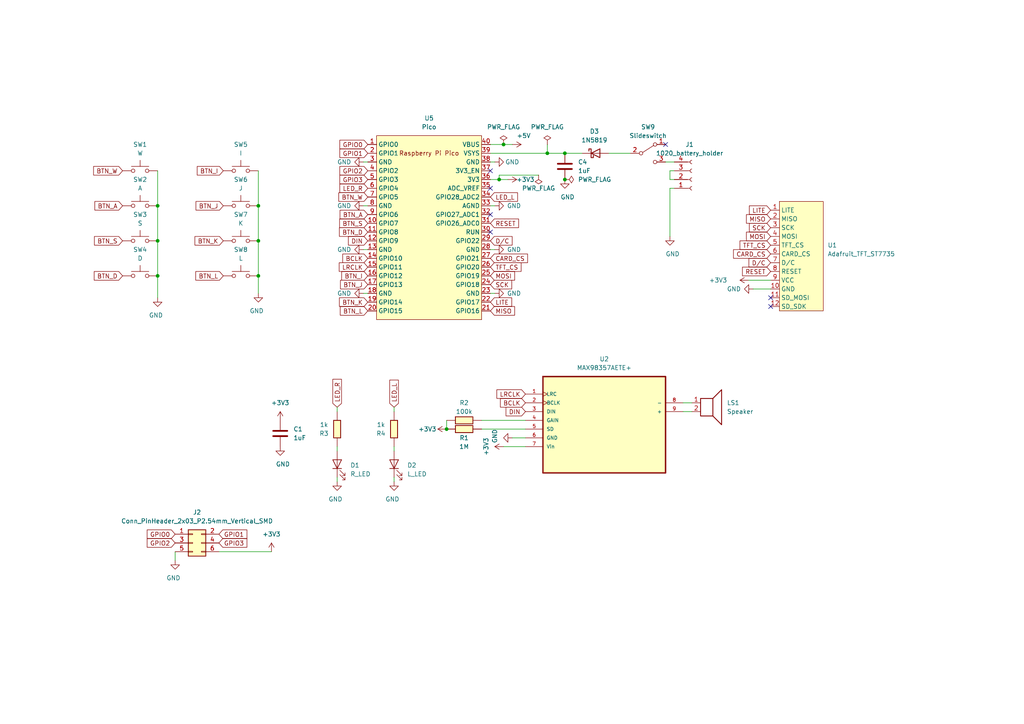
<source format=kicad_sch>
(kicad_sch (version 20231120) (generator "eeschema") (generator_version "8.0")
  (paper "A4")
  (lib_symbols
    (symbol "Connector:Conn_01x04_Female" (pin_names (offset 1.016) hide)
      (property "Reference" "J" (at 0 5.08 0))
      (property "Value" "Conn_01x04_Female" (at 0 -7.62 0))
      (symbol "Conn_01x04_Female_1_1"
        (arc (start 0 -4.572) (mid -0.5058 -5.08) (end 0 -5.588) (stroke (width 0.1524)))
        (arc (start 0 -2.032) (mid -0.5058 -2.54) (end 0 -3.048) (stroke (width 0.1524)))
        (polyline (pts (xy -1.27 -5.08) (xy -0.508 -5.08)) (stroke (width 0.1524)))
        (polyline (pts (xy -1.27 -2.54) (xy -0.508 -2.54)) (stroke (width 0.1524)))
        (polyline (pts (xy -1.27 0) (xy -0.508 0)) (stroke (width 0.1524)))
        (polyline (pts (xy -1.27 2.54) (xy -0.508 2.54)) (stroke (width 0.1524)))
        (arc (start 0 0.508) (mid -0.5058 0) (end 0 -0.508) (stroke (width 0.1524)))
        (arc (start 0 3.048) (mid -0.5058 2.54) (end 0 2.032) (stroke (width 0.1524)))
        (pin passive line (at -5.08 2.54 0) (length 3.81) (name "Pin_1") (number "1"))
        (pin passive line (at -5.08 0 0) (length 3.81) (name "Pin_2") (number "2"))
        (pin passive line (at -5.08 -2.54 0) (length 3.81) (name "Pin_3") (number "3"))
        (pin passive line (at -5.08 -5.08 0) (length 3.81) (name "Pin_4") (number "4"))
      )
    )
    (symbol "Device:D_Schottky" (pin_numbers hide) (pin_names (offset 1.016) hide)
      (property "Reference" "D" (at 0 2.54 0))
      (property "Value" "D_Schottky" (at 0 -2.54 0))
      (symbol "D_Schottky_0_1"
        (polyline (pts (xy 1.27 0) (xy -1.27 0)))
        (polyline (pts (xy 1.27 1.27) (xy 1.27 -1.27) (xy -1.27 0) (xy 1.27 1.27)) (stroke (width 0.254)))
        (polyline (pts (xy -1.905 0.635) (xy -1.905 1.27) (xy -1.27 1.27) (xy -1.27 -1.27) (xy -0.635 -1.27) (xy -0.635 -0.635)) (stroke (width 0.254)))
      )
      (symbol "D_Schottky_1_1"
        (pin passive line (at -3.81 0 0) (length 2.54) (name "K") (number "1"))
        (pin passive line (at 3.81 0 180) (length 2.54) (name "A") (number "2"))
      )
    )
    (symbol "Device:Speaker" (pin_names (offset 0) hide)
      (property "Reference" "LS" (at 1.27 5.715 0))
      (property "Value" "Speaker" (at 1.27 3.81 0))
      (symbol "Speaker_0_0"
        (rectangle (start -2.54 1.27) (end 1.016 -3.81) (stroke (width 0.254)))
        (polyline (pts (xy 1.016 1.27) (xy 3.556 3.81) (xy 3.556 -6.35) (xy 1.016 -3.81)) (stroke (width 0.254)))
      )
      (symbol "Speaker_1_1"
        (pin input line (at -5.08 0 0) (length 2.54) (name "1") (number "1"))
        (pin input line (at -5.08 -2.54 0) (length 2.54) (name "2") (number "2"))
      )
    )
    (symbol "MAX98357AETE_:MAX98357AETE+" (pin_names (offset 1.016))
      (property "Reference" "U2" (at 0 17.78 0))
      (property "Value" "MAX98357AETE+" (at 0 15.24 0))
      (symbol "MAX98357AETE+_0_0"
        (rectangle (start -17.78 12.7) (end 17.78 -15.24) (stroke (width 0.4064)) (fill (type background)))
      )
      (symbol "MAX98357AETE+_1_0"
        (pin input clock (at -22.86 7.62 0) (length 5.08) (name "LRC") (number "1"))
        (pin input clock (at -22.86 5.08 0) (length 5.08) (name "BCLK") (number "2"))
        (pin input line (at -22.86 2.54 0) (length 5.08) (name "DIN") (number "3"))
        (pin input line (at -22.86 0 0) (length 5.08) (name "GAIN") (number "4"))
        (pin input line (at -22.86 -2.54 0) (length 5.08) (name "SD") (number "5"))
        (pin power_in line (at -22.86 -5.08 0) (length 5.08) (name "GND") (number "6"))
        (pin power_in line (at -22.86 -7.62 0) (length 5.08) (name "Vin") (number "7"))
        (pin output line (at 22.86 5.08 180) (length 5.08) (name "-") (number "8"))
        (pin output line (at 22.86 2.54 180) (length 5.08) (name "+") (number "9"))
      )
    )
    (symbol "MCU_RaspberryPi_and_Boards:Pico"
      (property "Reference" "U5" (at 0 31.75 0))
      (property "Value" "Pico" (at 0 29.21 0))
      (symbol "Pico_0_0"
        (text "Raspberry Pi Pico" (at 0 21.59 0) (effects (font (size 1.27 1.27))))
      )
      (symbol "Pico_0_1"
        (rectangle (start -15.24 26.67) (end 15.24 -26.67) (fill (type background)))
      )
      (symbol "Pico_1_1"
        (pin bidirectional line (at -17.78 24.13 0) (length 2.54) (name "GPIO0") (number "1"))
        (pin bidirectional line (at -17.78 1.27 0) (length 2.54) (name "GPIO7") (number "10"))
        (pin bidirectional line (at -17.78 -1.27 0) (length 2.54) (name "GPIO8") (number "11"))
        (pin bidirectional line (at -17.78 -3.81 0) (length 2.54) (name "GPIO9") (number "12"))
        (pin power_in line (at -17.78 -6.35 0) (length 2.54) (name "GND") (number "13"))
        (pin bidirectional line (at -17.78 -8.89 0) (length 2.54) (name "GPIO10") (number "14"))
        (pin bidirectional line (at -17.78 -11.43 0) (length 2.54) (name "GPIO11") (number "15"))
        (pin bidirectional line (at -17.78 -13.97 0) (length 2.54) (name "GPIO12") (number "16"))
        (pin bidirectional line (at -17.78 -16.51 0) (length 2.54) (name "GPIO13") (number "17"))
        (pin power_in line (at -17.78 -19.05 0) (length 2.54) (name "GND") (number "18"))
        (pin bidirectional line (at -17.78 -21.59 0) (length 2.54) (name "GPIO14") (number "19"))
        (pin bidirectional line (at -17.78 21.59 0) (length 2.54) (name "GPIO1") (number "2"))
        (pin bidirectional line (at -17.78 -24.13 0) (length 2.54) (name "GPIO15") (number "20"))
        (pin bidirectional line (at 17.78 -24.13 180) (length 2.54) (name "GPIO16") (number "21"))
        (pin bidirectional line (at 17.78 -21.59 180) (length 2.54) (name "GPIO17") (number "22"))
        (pin power_in line (at 17.78 -19.05 180) (length 2.54) (name "GND") (number "23"))
        (pin bidirectional line (at 17.78 -16.51 180) (length 2.54) (name "GPIO18") (number "24"))
        (pin bidirectional line (at 17.78 -13.97 180) (length 2.54) (name "GPIO19") (number "25"))
        (pin bidirectional line (at 17.78 -11.43 180) (length 2.54) (name "GPIO20") (number "26"))
        (pin bidirectional line (at 17.78 -8.89 180) (length 2.54) (name "GPIO21") (number "27"))
        (pin power_in line (at 17.78 -6.35 180) (length 2.54) (name "GND") (number "28"))
        (pin bidirectional line (at 17.78 -3.81 180) (length 2.54) (name "GPIO22") (number "29"))
        (pin power_in line (at -17.78 19.05 0) (length 2.54) (name "GND") (number "3"))
        (pin input line (at 17.78 -1.27 180) (length 2.54) (name "RUN") (number "30"))
        (pin bidirectional line (at 17.78 1.27 180) (length 2.54) (name "GPIO26_ADC0") (number "31"))
        (pin bidirectional line (at 17.78 3.81 180) (length 2.54) (name "GPIO27_ADC1") (number "32"))
        (pin power_in line (at 17.78 6.35 180) (length 2.54) (name "AGND") (number "33"))
        (pin bidirectional line (at 17.78 8.89 180) (length 2.54) (name "GPIO28_ADC2") (number "34"))
        (pin power_in line (at 17.78 11.43 180) (length 2.54) (name "ADC_VREF") (number "35"))
        (pin power_in line (at 17.78 13.97 180) (length 2.54) (name "3V3") (number "36"))
        (pin input line (at 17.78 16.51 180) (length 2.54) (name "3V3_EN") (number "37"))
        (pin bidirectional line (at 17.78 19.05 180) (length 2.54) (name "GND") (number "38"))
        (pin power_in line (at 17.78 21.59 180) (length 2.54) (name "VSYS") (number "39"))
        (pin bidirectional line (at -17.78 16.51 0) (length 2.54) (name "GPIO2") (number "4"))
        (pin power_in line (at 17.78 24.13 180) (length 2.54) (name "VBUS") (number "40"))
        (pin bidirectional line (at -17.78 13.97 0) (length 2.54) (name "GPIO3") (number "5"))
        (pin bidirectional line (at -17.78 11.43 0) (length 2.54) (name "GPIO4") (number "6"))
        (pin bidirectional line (at -17.78 8.89 0) (length 2.54) (name "GPIO5") (number "7"))
        (pin power_in line (at -17.78 6.35 0) (length 2.54) (name "GND") (number "8"))
        (pin bidirectional line (at -17.78 3.81 0) (length 2.54) (name "GPIO6") (number "9"))
      )
    )
    (symbol "fab:BUTTON_B3SN" (pin_numbers hide) (pin_names (offset 1.016) hide)
      (property "Reference" "SW" (at 1.27 2.54 0))
      (property "Value" "BUTTON_B3SN" (at 0 -1.524 0))
      (symbol "BUTTON_B3SN_0_1"
        (circle (center -2.032 0) (radius 0.508))
        (polyline (pts (xy 0 1.27) (xy 0 3.048)))
        (polyline (pts (xy 2.54 1.27) (xy -2.54 1.27)))
        (circle (center 2.032 0) (radius 0.508))
        (pin passive line (at -5.08 0 0) (length 2.54) (name "1") (number "1"))
        (pin passive line (at 5.08 0 180) (length 2.54) (name "2") (number "2"))
      )
    )
    (symbol "fab:C" (pin_numbers hide) (pin_names (offset 0.254))
      (property "Reference" "C" (at 0.635 2.54 0))
      (property "Value" "C" (at 0.635 -2.54 0))
      (symbol "C_0_1"
        (polyline (pts (xy -2.032 -0.762) (xy 2.032 -0.762)) (stroke (width 0.508)))
        (polyline (pts (xy -2.032 0.762) (xy 2.032 0.762)) (stroke (width 0.508)))
      )
      (symbol "C_1_1"
        (pin passive line (at 0 3.81 270) (length 2.794) (name "~") (number "1"))
        (pin passive line (at 0 -3.81 90) (length 2.794) (name "~") (number "2"))
      )
    )
    (symbol "fab:Conn_PinHeader_2x03_P2.54mm_Vertical_SMD" (pin_names (offset 1.016) hide)
      (property "Reference" "J" (at 1.27 5.08 0))
      (property "Value" "Conn_PinHeader_2x03_P2.54mm_Vertical_SMD" (at 1.27 -5.08 0))
      (symbol "Conn_PinHeader_2x03_P2.54mm_Vertical_SMD_1_1"
        (rectangle (start -1.27 -2.413) (end 0 -2.667) (stroke (width 0.1524)))
        (rectangle (start -1.27 0.127) (end 0 -0.127) (stroke (width 0.1524)))
        (rectangle (start -1.27 2.667) (end 0 2.413) (stroke (width 0.1524)))
        (rectangle (start -1.27 3.81) (end 3.81 -3.81) (stroke (width 0.254)) (fill (type background)))
        (rectangle (start 3.81 -2.413) (end 2.54 -2.667) (stroke (width 0.1524)))
        (rectangle (start 3.81 0.127) (end 2.54 -0.127) (stroke (width 0.1524)))
        (rectangle (start 3.81 2.667) (end 2.54 2.413) (stroke (width 0.1524)))
        (pin passive line (at -5.08 2.54 0) (length 3.81) (name "Pin_1") (number "1"))
        (pin passive line (at 7.62 2.54 180) (length 3.81) (name "Pin_2") (number "2"))
        (pin passive line (at -5.08 0 0) (length 3.81) (name "Pin_3") (number "3"))
        (pin passive line (at 7.62 0 180) (length 3.81) (name "Pin_4") (number "4"))
        (pin passive line (at -5.08 -2.54 0) (length 3.81) (name "Pin_5") (number "5"))
        (pin passive line (at 7.62 -2.54 180) (length 3.81) (name "Pin_6") (number "6"))
      )
    )
    (symbol "fab:LED_1206" (pin_numbers hide) (pin_names (offset 1.016) hide)
      (property "Reference" "D" (at 0 2.54 0))
      (property "Value" "LED_1206" (at 0 -2.54 0))
      (symbol "LED_1206_0_1"
        (polyline (pts (xy -1.27 -1.27) (xy -1.27 1.27)) (stroke (width 0.2032)))
        (polyline (pts (xy -1.27 0) (xy 1.27 0)))
        (polyline (pts (xy 1.27 -1.27) (xy 1.27 1.27) (xy -1.27 0) (xy 1.27 -1.27)) (stroke (width 0.2032)))
        (polyline (pts (xy -3.048 -0.762) (xy -4.572 -2.286) (xy -3.81 -2.286) (xy -4.572 -2.286) (xy -4.572 -1.524)))
        (polyline (pts (xy -1.778 -0.762) (xy -3.302 -2.286) (xy -2.54 -2.286) (xy -3.302 -2.286) (xy -3.302 -1.524)))
      )
      (symbol "LED_1206_1_1"
        (pin passive line (at -3.81 0 0) (length 2.54) (name "K") (number "1"))
        (pin passive line (at 3.81 0 180) (length 2.54) (name "A") (number "2"))
      )
    )
    (symbol "fab:Power_+3V3" (power) (pin_names (offset 0))
      (property "Value" "Power_+3V3" (at 0 3.556 0))
      (symbol "Power_+3V3_0_1"
        (polyline (pts (xy -0.762 1.27) (xy 0 2.54)))
        (polyline (pts (xy 0 0) (xy 0 2.54)))
        (polyline (pts (xy 0 2.54) (xy 0.762 1.27)))
      )
      (symbol "Power_+3V3_1_1"
        (pin power_in line (at 0 0 90) (length 0) hide (name "+3V3") (number "1"))
      )
    )
    (symbol "fab:Power_+5V" (power) (pin_names (offset 0))
      (property "Value" "Power_+5V" (at 0 3.556 0))
      (symbol "Power_+5V_0_1"
        (polyline (pts (xy -0.762 1.27) (xy 0 2.54)))
        (polyline (pts (xy 0 0) (xy 0 2.54)))
        (polyline (pts (xy 0 2.54) (xy 0.762 1.27)))
      )
      (symbol "Power_+5V_1_1"
        (pin power_in line (at 0 0 90) (length 0) hide (name "+5V") (number "1"))
      )
    )
    (symbol "fab:Power_GND" (power) (pin_names (offset 0))
      (property "Value" "Power_GND" (at 0 -3.81 0))
      (symbol "Power_GND_0_1"
        (polyline (pts (xy 0 0) (xy 0 -1.27) (xy 1.27 -1.27) (xy 0 -2.54) (xy -1.27 -1.27) (xy 0 -1.27)))
      )
      (symbol "Power_GND_1_1"
        (pin power_in line (at 0 0 270) (length 0) hide (name "GND") (number "1"))
      )
    )
    (symbol "fab:R_1206" (pin_numbers hide) (pin_names (offset 0))
      (property "Reference" "R" (at 2.54 0 90))
      (property "Value" "R_1206" (at -2.54 0 90))
      (symbol "R_1206_0_1"
        (rectangle (start -1.016 -2.54) (end 1.016 2.54) (stroke (width 0.254)) (fill (type background)))
      )
      (symbol "R_1206_1_1"
        (pin passive line (at 0 5.08 270) (length 2.54) (name "~") (number "1"))
        (pin passive line (at 0 -5.08 90) (length 2.54) (name "~") (number "2"))
      )
    )
    (symbol "fab:SWITCH_AYZ0102AGRLC" (pin_names (offset 0) hide)
      (property "Reference" "SW" (at 0 4.318 0))
      (property "Value" "SWITCH_AYZ0102AGRLC" (at 0 -5.08 0))
      (symbol "SWITCH_AYZ0102AGRLC_0_0"
        (circle (center -2.032 0) (radius 0.508))
        (circle (center 2.032 -2.54) (radius 0.508))
      )
      (symbol "SWITCH_AYZ0102AGRLC_0_1"
        (polyline (pts (xy -1.524 0.254) (xy 1.651 2.286)))
        (circle (center 2.032 2.54) (radius 0.508))
      )
      (symbol "SWITCH_AYZ0102AGRLC_1_1"
        (pin passive line (at 5.08 2.54 180) (length 2.54) (name "A") (number "1"))
        (pin passive line (at -5.08 0 0) (length 2.54) (name "B") (number "2"))
        (pin passive line (at 5.08 -2.54 180) (length 2.54) (name "C") (number "3"))
      )
    )
    (symbol "fab_custom:Adafruit_TFT_ST7735"
      (property "Reference" "U1" (at 7.62 1.2701 0))
      (property "Value" "Adafruit_TFT_ST7735" (at 7.62 -1.2699 0))
      (symbol "Adafruit_TFT_ST7735_0_1"
        (rectangle (start -6.35 13.97) (end 6.35 -17.78) (fill (type background)))
      )
      (symbol "Adafruit_TFT_ST7735_1_1"
        (pin input line (at -8.89 11.43 0) (length 2.54) (name "LITE") (number "1"))
        (pin power_in line (at -8.89 -11.43 0) (length 2.54) (name "GND") (number "10"))
        (pin input line (at -8.89 -13.97 0) (length 2.54) (name "SD_MOSI") (number "11"))
        (pin input line (at -8.89 -16.51 0) (length 2.54) (name "SD_SDK") (number "12"))
        (pin output line (at -8.89 8.89 0) (length 2.54) (name "MISO") (number "2"))
        (pin input line (at -8.89 6.35 0) (length 2.54) (name "SCK") (number "3"))
        (pin input line (at -8.89 3.81 0) (length 2.54) (name "MOSI") (number "4"))
        (pin input line (at -8.89 1.27 0) (length 2.54) (name "TFT_CS") (number "5"))
        (pin input line (at -8.89 -1.27 0) (length 2.54) (name "CARD_CS") (number "6"))
        (pin input line (at -8.89 -3.81 0) (length 2.54) (name "D/C") (number "7"))
        (pin input line (at -8.89 -6.35 0) (length 2.54) (name "RESET") (number "8"))
        (pin power_in line (at -8.89 -8.89 0) (length 2.54) (name "VCC") (number "9"))
      )
    )
    (symbol "power:PWR_FLAG" (power) (pin_numbers hide) (pin_names (offset 0) hide)
      (property "Value" "PWR_FLAG" (at 0 3.81 0))
      (symbol "PWR_FLAG_0_0"
        (pin power_out line (at 0 0 90) (length 0) (name "~") (number "1"))
      )
      (symbol "PWR_FLAG_0_1"
        (polyline (pts (xy 0 0) (xy 0 1.27) (xy -1.016 1.905) (xy 0 2.54) (xy 1.016 1.905) (xy 0 1.27)))
      )
    )
  )
  (junction (at 129.54 124.46))
  (junction (at 146.05 41.91))
  (junction (at 163.83 44.45))
  (junction (at 144.78 52.07))
  (junction (at 74.93 69.85))
  (junction (at 158.75 44.45))
  (junction (at 45.72 59.69))
  (junction (at 45.72 69.85))
  (junction (at 74.93 80.01))
  (junction (at 74.93 59.69))
  (junction (at 45.72 80.01))
  (junction (at 163.83 52.07))
  (no_connect (at 223.52 86.36))
  (no_connect (at 223.52 88.9))
  (no_connect (at 193.04 41.91))
  (no_connect (at 142.24 54.61))
  (no_connect (at 142.24 49.53))
  (no_connect (at 142.24 67.31))
  (no_connect (at 142.24 62.23))
  (wire (pts (xy 168.91 44.45) (xy 163.83 44.45)))
  (wire (pts (xy 45.72 69.85) (xy 45.72 80.01)))
  (wire (pts (xy 143.51 46.99) (xy 142.24 46.99)))
  (wire (pts (xy 105.41 46.99) (xy 106.68 46.99)))
  (wire (pts (xy 50.8 162.56) (xy 50.8 160.02)))
  (wire (pts (xy 105.41 85.09) (xy 106.68 85.09)))
  (wire (pts (xy 217.17 81.28) (xy 223.52 81.28)))
  (wire (pts (xy 105.41 72.39) (xy 106.68 72.39)))
  (wire (pts (xy 74.93 59.69) (xy 74.93 69.85)))
  (wire (pts (xy 194.31 52.07) (xy 194.31 49.53)))
  (wire (pts (xy 97.79 118.11) (xy 97.79 119.38)))
  (wire (pts (xy 74.93 69.85) (xy 74.93 80.01)))
  (wire (pts (xy 114.3 118.11) (xy 114.3 119.38)))
  (wire (pts (xy 143.51 85.09) (xy 142.24 85.09)))
  (wire (pts (xy 139.7 124.46) (xy 152.4 124.46)))
  (wire (pts (xy 45.72 80.01) (xy 45.72 86.36)))
  (wire (pts (xy 97.79 139.7) (xy 97.79 138.43)))
  (wire (pts (xy 194.31 49.53) (xy 195.58 49.53)))
  (wire (pts (xy 105.41 59.69) (xy 106.68 59.69)))
  (wire (pts (xy 114.3 129.54) (xy 114.3 130.81)))
  (wire (pts (xy 78.74 160.02) (xy 63.5 160.02)))
  (wire (pts (xy 74.93 80.01) (xy 74.93 85.09)))
  (wire (pts (xy 142.24 52.07) (xy 144.78 52.07)))
  (wire (pts (xy 158.75 44.45) (xy 163.83 44.45)))
  (wire (pts (xy 156.21 50.8) (xy 144.78 50.8)))
  (wire (pts (xy 200.66 119.38) (xy 198.12 119.38)))
  (wire (pts (xy 200.66 116.84) (xy 198.12 116.84)))
  (wire (pts (xy 97.79 129.54) (xy 97.79 130.81)))
  (wire (pts (xy 129.54 121.92) (xy 129.54 124.46)))
  (wire (pts (xy 45.72 59.69) (xy 45.72 69.85)))
  (wire (pts (xy 45.72 49.53) (xy 45.72 59.69)))
  (wire (pts (xy 195.58 52.07) (xy 194.31 52.07)))
  (wire (pts (xy 144.78 52.07) (xy 147.32 52.07)))
  (wire (pts (xy 195.58 54.61) (xy 194.31 54.61)))
  (wire (pts (xy 143.51 59.69) (xy 142.24 59.69)))
  (wire (pts (xy 218.44 83.82) (xy 223.52 83.82)))
  (wire (pts (xy 193.04 46.99) (xy 195.58 46.99)))
  (wire (pts (xy 148.59 41.91) (xy 146.05 41.91)))
  (wire (pts (xy 158.75 41.91) (xy 158.75 44.45)))
  (wire (pts (xy 194.31 54.61) (xy 194.31 68.58)))
  (wire (pts (xy 143.51 72.39) (xy 142.24 72.39)))
  (wire (pts (xy 146.05 129.54) (xy 152.4 129.54)))
  (wire (pts (xy 148.59 127) (xy 152.4 127)))
  (wire (pts (xy 144.78 50.8) (xy 144.78 52.07)))
  (wire (pts (xy 114.3 139.7) (xy 114.3 138.43)))
  (wire (pts (xy 146.05 41.91) (xy 142.24 41.91)))
  (wire (pts (xy 142.24 44.45) (xy 158.75 44.45)))
  (wire (pts (xy 74.93 49.53) (xy 74.93 59.69)))
  (wire (pts (xy 176.53 44.45) (xy 182.88 44.45)))
  (wire (pts (xy 139.7 121.92) (xy 152.4 121.92)))
  (global_label "BTN_W" (shape input) (at 35.56 49.53 180) (property "Intersheetrefs" "${INTERSHEET_REFS}" (effects (hide yes))))
  (global_label "GPIO3" (shape input) (at 63.5 157.48 0) (property "Intersheetrefs" "${INTERSHEET_REFS}" (effects (hide yes))))
  (global_label "BTN_I" (shape input) (at 106.68 80.01 180) (property "Intersheetrefs" "${INTERSHEET_REFS}" (effects (hide yes))))
  (global_label "BTN_A" (shape input) (at 35.56 59.69 180) (property "Intersheetrefs" "${INTERSHEET_REFS}" (effects (hide yes))))
  (global_label "LED_L" (shape input) (at 142.24 57.15 0) (property "Intersheetrefs" "${INTERSHEET_REFS}" (effects (hide yes))))
  (global_label "D{slash}C" (shape input) (at 223.52 76.2 180) (property "Intersheetrefs" "${INTERSHEET_REFS}" (effects (hide yes))))
  (global_label "BTN_W" (shape input) (at 106.68 57.15 180) (property "Intersheetrefs" "${INTERSHEET_REFS}" (effects (hide yes))))
  (global_label "CARD_CS" (shape input) (at 223.52 73.66 180) (property "Intersheetrefs" "${INTERSHEET_REFS}" (effects (hide yes))))
  (global_label "LED_L" (shape input) (at 114.3 118.11 90) (property "Intersheetrefs" "${INTERSHEET_REFS}" (effects (hide yes))))
  (global_label "BTN_L" (shape input) (at 64.77 80.01 180) (property "Intersheetrefs" "${INTERSHEET_REFS}" (effects (hide yes))))
  (global_label "BTN_J" (shape input) (at 106.68 82.55 180) (property "Intersheetrefs" "${INTERSHEET_REFS}" (effects (hide yes))))
  (global_label "MISO" (shape input) (at 223.52 63.5 180) (property "Intersheetrefs" "${INTERSHEET_REFS}" (effects (hide yes))))
  (global_label "BTN_D" (shape input) (at 35.56 80.01 180) (property "Intersheetrefs" "${INTERSHEET_REFS}" (effects (hide yes))))
  (global_label "LED_R" (shape input) (at 106.68 54.61 180) (property "Intersheetrefs" "${INTERSHEET_REFS}" (effects (hide yes))))
  (global_label "MOSI" (shape input) (at 223.52 68.58 180) (property "Intersheetrefs" "${INTERSHEET_REFS}" (effects (hide yes))))
  (global_label "GPIO1" (shape input) (at 63.5 154.94 0) (property "Intersheetrefs" "${INTERSHEET_REFS}" (effects (hide yes))))
  (global_label "BTN_A" (shape input) (at 106.68 62.23 180) (property "Intersheetrefs" "${INTERSHEET_REFS}" (effects (hide yes))))
  (global_label "LITE" (shape input) (at 142.24 87.63 0) (property "Intersheetrefs" "${INTERSHEET_REFS}" (effects (hide yes))))
  (global_label "BCLK" (shape input) (at 106.68 74.93 180) (property "Intersheetrefs" "${INTERSHEET_REFS}" (effects (hide yes))))
  (global_label "DIN" (shape input) (at 106.68 69.85 180) (property "Intersheetrefs" "${INTERSHEET_REFS}" (effects (hide yes))))
  (global_label "LED_R" (shape input) (at 97.79 118.11 90) (property "Intersheetrefs" "${INTERSHEET_REFS}" (effects (hide yes))))
  (global_label "MOSI" (shape input) (at 142.24 80.01 0) (property "Intersheetrefs" "${INTERSHEET_REFS}" (effects (hide yes))))
  (global_label "LRCLK" (shape input) (at 106.68 77.47 180) (property "Intersheetrefs" "${INTERSHEET_REFS}" (effects (hide yes))))
  (global_label "SCK" (shape input) (at 142.24 82.55 0) (property "Intersheetrefs" "${INTERSHEET_REFS}" (effects (hide yes))))
  (global_label "BTN_I" (shape input) (at 64.77 49.53 180) (property "Intersheetrefs" "${INTERSHEET_REFS}" (effects (hide yes))))
  (global_label "BTN_J" (shape input) (at 64.77 59.69 180) (property "Intersheetrefs" "${INTERSHEET_REFS}" (effects (hide yes))))
  (global_label "TFT_CS" (shape input) (at 223.52 71.12 180) (property "Intersheetrefs" "${INTERSHEET_REFS}" (effects (hide yes))))
  (global_label "DIN" (shape input) (at 152.4 119.38 180) (property "Intersheetrefs" "${INTERSHEET_REFS}" (effects (hide yes))))
  (global_label "BTN_S" (shape input) (at 106.68 64.77 180) (property "Intersheetrefs" "${INTERSHEET_REFS}" (effects (hide yes))))
  (global_label "GPIO0" (shape input) (at 106.68 41.91 180) (property "Intersheetrefs" "${INTERSHEET_REFS}" (effects (hide yes))))
  (global_label "RESET" (shape input) (at 223.52 78.74 180) (property "Intersheetrefs" "${INTERSHEET_REFS}" (effects (hide yes))))
  (global_label "LRCLK" (shape input) (at 152.4 114.3 180) (property "Intersheetrefs" "${INTERSHEET_REFS}" (effects (hide yes))))
  (global_label "GPIO2" (shape input) (at 50.8 157.48 180) (property "Intersheetrefs" "${INTERSHEET_REFS}" (effects (hide yes))))
  (global_label "TFT_CS" (shape input) (at 142.24 77.47 0) (property "Intersheetrefs" "${INTERSHEET_REFS}" (effects (hide yes))))
  (global_label "MISO" (shape input) (at 142.24 90.17 0) (property "Intersheetrefs" "${INTERSHEET_REFS}" (effects (hide yes))))
  (global_label "D{slash}C" (shape input) (at 142.24 69.85 0) (property "Intersheetrefs" "${INTERSHEET_REFS}" (effects (hide yes))))
  (global_label "GPIO1" (shape input) (at 106.68 44.45 180) (property "Intersheetrefs" "${INTERSHEET_REFS}" (effects (hide yes))))
  (global_label "LITE" (shape input) (at 223.52 60.96 180) (property "Intersheetrefs" "${INTERSHEET_REFS}" (effects (hide yes))))
  (global_label "GPIO3" (shape input) (at 106.68 52.07 180) (property "Intersheetrefs" "${INTERSHEET_REFS}" (effects (hide yes))))
  (global_label "GPIO2" (shape input) (at 106.68 49.53 180) (property "Intersheetrefs" "${INTERSHEET_REFS}" (effects (hide yes))))
  (global_label "BTN_K" (shape input) (at 106.68 87.63 180) (property "Intersheetrefs" "${INTERSHEET_REFS}" (effects (hide yes))))
  (global_label "BTN_L" (shape input) (at 106.68 90.17 180) (property "Intersheetrefs" "${INTERSHEET_REFS}" (effects (hide yes))))
  (global_label "SCK" (shape input) (at 223.52 66.04 180) (property "Intersheetrefs" "${INTERSHEET_REFS}" (effects (hide yes))))
  (global_label "BCLK" (shape input) (at 152.4 116.84 180) (property "Intersheetrefs" "${INTERSHEET_REFS}" (effects (hide yes))))
  (global_label "CARD_CS" (shape input) (at 142.24 74.93 0) (property "Intersheetrefs" "${INTERSHEET_REFS}" (effects (hide yes))))
  (global_label "RESET" (shape input) (at 142.24 64.77 0) (property "Intersheetrefs" "${INTERSHEET_REFS}" (effects (hide yes))))
  (global_label "BTN_K" (shape input) (at 64.77 69.85 180) (property "Intersheetrefs" "${INTERSHEET_REFS}" (effects (hide yes))))
  (global_label "GPIO0" (shape input) (at 50.8 154.94 180) (property "Intersheetrefs" "${INTERSHEET_REFS}" (effects (hide yes))))
  (global_label "BTN_S" (shape input) (at 35.56 69.85 180) (property "Intersheetrefs" "${INTERSHEET_REFS}" (effects (hide yes))))
  (global_label "BTN_D" (shape input) (at 106.68 67.31 180) (property "Intersheetrefs" "${INTERSHEET_REFS}" (effects (hide yes))))
  (symbol (lib_id "fab:Power_GND") (at 105.41 59.69 270) (unit 1)
    (property "Reference" "#PWR0105" (effects (hide yes)))
    (property "Value" "GND" (at 97.79 59.69 90) (effects (justify left)))
  )
  (symbol (lib_id "fab:Power_GND") (at 143.51 72.39 90) (unit 1)
    (property "Reference" "#PWR0102" (effects (hide yes)))
    (property "Value" "GND" (at 151.13 72.39 90) (effects (justify left)))
  )
  (symbol (lib_id "fab:C") (at 163.83 48.26 0) (unit 1)
    (property "Reference" "C4" (at 167.64 46.9899 0) (effects (justify left)))
    (property "Value" "1uF" (at 167.64 49.5299 0) (effects (justify left)))
    (property "Footprint" "Capacitor_THT:C_Disc_D4.3mm_W1.9mm_P5.00mm" (effects (hide yes)))
    (property "Silkscreen Value" "104" (effects (hide yes)))
  )
  (symbol (lib_id "fab:BUTTON_B3SN") (at 40.64 49.53 0) (unit 1)
    (property "Reference" "SW1" (at 40.64 41.91 0))
    (property "Value" "W" (at 40.64 44.45 0))
    (property "Footprint" "Button_Switch_THT:SW_PUSH-12mm_Wuerth-430476085716" (effects (hide yes)))
    (property "Datasheet" "https://omronfs.omron.com/en_US/ecb/products/pdf/en-b3sn.pdf" (effects (hide yes)))
  )
  (symbol (lib_id "fab:Power_GND") (at 45.72 86.36 0) (unit 1)
    (property "Reference" "#PWR0114" (effects (hide yes)))
    (property "Value" "GND" (at 43.18 91.44 0) (effects (justify left)))
  )
  (symbol (lib_id "fab:Power_GND") (at 105.41 72.39 270) (unit 1)
    (property "Reference" "#PWR0109" (effects (hide yes)))
    (property "Value" "GND" (at 97.79 72.39 90) (effects (justify left)))
  )
  (symbol (lib_id "fab:Power_+3V3") (at 217.17 81.28 90) (unit 1)
    (property "Reference" "#PWR0123" (effects (hide yes)))
    (property "Value" "+3V3" (at 208.28 81.28 90))
  )
  (symbol (lib_id "fab:Power_+3V3") (at 78.74 160.02 0) (unit 1)
    (property "Reference" "#PWR0125" (effects (hide yes)))
    (property "Value" "+3V3" (at 78.74 154.94 0))
  )
  (symbol (lib_id "fab:SWITCH_AYZ0102AGRLC") (at 187.96 44.45 0) (unit 1)
    (property "Reference" "SW9" (at 187.96 36.83 0))
    (property "Value" "Slideswitch" (at 187.96 39.37 0))
    (property "Footprint" "Button_Switch_THT:SW_Slide-03_Wuerth-WS-SLTV_10x2.5x6.4_P2.54mm" (effects (hide yes)))
    (property "Datasheet" "https://www.ckswitches.com/media/1431/ayz.pdf" (effects (hide yes)))
  )
  (symbol (lib_id "fab:Power_+3V3") (at 81.28 121.92 0) (unit 1)
    (property "Reference" "#PWR0118" (effects (hide yes)))
    (property "Value" "+3V3" (at 81.28 116.84 0))
  )
  (symbol (lib_id "fab:Power_GND") (at 194.31 68.58 0) (unit 1)
    (property "Reference" "#PWR0106" (effects (hide yes)))
    (property "Value" "GND" (at 193.04 73.66 0) (effects (justify left)))
  )
  (symbol (lib_id "power:PWR_FLAG") (at 156.21 50.8 180) (unit 1)
    (property "Reference" "#FLG04" (effects (hide yes)))
    (property "Value" "PWR_FLAG" (at 156.21 54.61 0))
    (property "Description" "Special symbol for telling ERC where power comes from" (effects (hide yes)))
  )
  (symbol (lib_id "Connector:Conn_01x04_Female") (at 200.66 52.07 0) (mirror x) (unit 1)
    (property "Reference" "J1" (at 200.025 41.91 0))
    (property "Value" "1020_battery_holder" (at 200.025 44.45 0))
    (property "Footprint" "local:1022" (effects (hide yes)))
  )
  (symbol (lib_id "power:PWR_FLAG") (at 158.75 41.91 0) (unit 1)
    (property "Reference" "#FLG02" (effects (hide yes)))
    (property "Value" "PWR_FLAG" (at 158.75 36.83 0))
    (property "Description" "Special symbol for telling ERC where power comes from" (effects (hide yes)))
  )
  (symbol (lib_id "power:PWR_FLAG") (at 163.83 52.07 270) (unit 1)
    (property "Reference" "#FLG03" (effects (hide yes)))
    (property "Value" "PWR_FLAG" (at 167.64 52.0699 90) (effects (justify left)))
    (property "Description" "Special symbol for telling ERC where power comes from" (effects (hide yes)))
  )
  (symbol (lib_id "fab:R_1206") (at 114.3 124.46 0) (unit 1)
    (property "Reference" "R4" (at 110.49 125.73 0))
    (property "Value" "1k" (at 110.49 123.19 0))
    (property "Footprint" "Resistor_THT:R_Axial_DIN0204_L3.6mm_D1.6mm_P7.62mm_Horizontal" (effects (hide yes)))
  )
  (symbol (lib_id "MAX98357AETE_:MAX98357AETE+") (at 175.26 121.92 0) (unit 1)
    (property "Reference" "U2" (at 175.26 104.14 0))
    (property "Value" "MAX98357AETE+" (at 175.26 106.68 0))
    (property "Footprint" "Library:Max98357A_ClassD_I2S_Mono_Amp_BreakoutBoard" (effects (hide yes)))
    (property "MP" "MAX98357AETE+" (effects (hide yes)))
    (property "DESCRIPTION" "Audio Amp Speaker 1-CH Mono Class-D 16-Pin TQFN EP" (effects (hide yes)))
    (property "MANUFACTURER" "Maxim Integrated" (effects (hide yes)))
    (property "PACKAGE" "TQFN-16 Maxim Integrated" (effects (hide yes)))
    (property "STANDARD" "IPC7351B" (effects (hide yes)))
    (property "PRICE" "None" (effects (hide yes)))
  )
  (symbol (lib_id "fab:Power_GND") (at 143.51 59.69 90) (unit 1)
    (property "Reference" "#PWR0103" (effects (hide yes)))
    (property "Value" "GND" (at 151.13 59.69 90) (effects (justify left)))
  )
  (symbol (lib_id "fab:BUTTON_B3SN") (at 69.85 69.85 0) (unit 1)
    (property "Reference" "SW7" (at 69.85 62.23 0))
    (property "Value" "K" (at 69.85 64.77 0))
    (property "Footprint" "Button_Switch_THT:SW_PUSH-12mm_Wuerth-430476085716" (effects (hide yes)))
    (property "Datasheet" "https://omronfs.omron.com/en_US/ecb/products/pdf/en-b3sn.pdf" (effects (hide yes)))
  )
  (symbol (lib_id "fab:R_1206") (at 97.79 124.46 0) (unit 1)
    (property "Reference" "R3" (at 93.98 125.73 0))
    (property "Value" "1k" (at 93.98 123.19 0))
    (property "Footprint" "Resistor_THT:R_Axial_DIN0204_L3.6mm_D1.6mm_P7.62mm_Horizontal" (effects (hide yes)))
  )
  (symbol (lib_id "fab:LED_1206") (at 114.3 134.62 90) (unit 1)
    (property "Reference" "D2" (at 118.11 134.9501 90) (effects (justify right)))
    (property "Value" "L_LED" (at 118.11 137.4901 90) (effects (justify right)))
    (property "Footprint" "PCM_4ms_LED:LED_3mm_C1A2_Polarity_Indicator" (effects (hide yes)))
    (property "Datasheet" "https://optoelectronics.liteon.com/upload/download/DS-22-98-0002/LTST-C150CKT.pdf" (effects (hide yes)))
  )
  (symbol (lib_id "fab:Power_GND") (at 50.8 162.56 0) (unit 1)
    (property "Reference" "#PWR0115" (effects (hide yes)))
    (property "Value" "GND" (at 48.26 167.64 0) (effects (justify left)))
  )
  (symbol (lib_id "fab:R_1206") (at 134.62 121.92 90) (unit 1)
    (property "Reference" "R2" (at 134.62 116.84 90))
    (property "Value" "100k" (at 134.62 119.38 90))
    (property "Footprint" "Resistor_THT:R_Axial_DIN0204_L3.6mm_D1.6mm_P7.62mm_Horizontal" (effects (hide yes)))
  )
  (symbol (lib_id "fab:LED_1206") (at 97.79 134.62 90) (unit 1)
    (property "Reference" "D1" (at 101.6 134.9501 90) (effects (justify right)))
    (property "Value" "R_LED" (at 101.6 137.4901 90) (effects (justify right)))
    (property "Footprint" "PCM_4ms_LED:LED_3mm_C1A2_Polarity_Indicator" (effects (hide yes)))
    (property "Datasheet" "https://optoelectronics.liteon.com/upload/download/DS-22-98-0002/LTST-C150CKT.pdf" (effects (hide yes)))
  )
  (symbol (lib_id "fab:Power_+3V3") (at 129.54 124.46 90) (unit 1)
    (property "Reference" "#PWR0122" (effects (hide yes)))
    (property "Value" "+3V3" (at 123.952 124.46 90))
  )
  (symbol (lib_id "fab:Power_GND") (at 114.3 139.7 0) (unit 1)
    (property "Reference" "#PWR0133" (effects (hide yes)))
    (property "Value" "GND" (at 111.76 144.78 0) (effects (justify left)))
  )
  (symbol (lib_id "MCU_RaspberryPi_and_Boards:Pico") (at 124.46 66.04 0) (unit 1)
    (property "Reference" "U5" (at 124.46 34.29 0))
    (property "Value" "Pico" (at 124.46 36.83 0))
    (property "Footprint" "fab:RPi_Pico_SMD_TH_mod" (effects (hide yes)))
  )
  (symbol (lib_id "fab:Power_GND") (at 81.28 129.54 0) (unit 1)
    (property "Reference" "#PWR0119" (effects (hide yes)))
    (property "Value" "GND" (at 80.01 134.62 0) (effects (justify left)))
  )
  (symbol (lib_id "Device:D_Schottky") (at 172.72 44.45 0) (unit 1)
    (property "Reference" "D3" (at 172.4025 38.1 0))
    (property "Value" "1N5819" (at 172.4025 40.64 0))
    (property "Footprint" "Diode_THT:D_DO-35_SOD27_P7.62mm_Horizontal" (effects (hide yes)))
  )
  (symbol (lib_id "fab:Power_GND") (at 74.93 85.09 0) (unit 1)
    (property "Reference" "#PWR0113" (effects (hide yes)))
    (property "Value" "GND" (at 72.39 90.17 0) (effects (justify left)))
  )
  (symbol (lib_id "fab:Power_+5V") (at 148.59 41.91 270) (unit 1)
    (property "Reference" "#PWR0116" (effects (hide yes)))
    (property "Value" "+5V" (at 149.86 39.37 90) (effects (justify left)))
  )
  (symbol (lib_id "fab:BUTTON_B3SN") (at 40.64 59.69 0) (unit 1)
    (property "Reference" "SW2" (at 40.64 52.07 0))
    (property "Value" "A" (at 40.64 54.61 0))
    (property "Footprint" "Button_Switch_THT:SW_PUSH-12mm_Wuerth-430476085716" (effects (hide yes)))
    (property "Datasheet" "https://omronfs.omron.com/en_US/ecb/products/pdf/en-b3sn.pdf" (effects (hide yes)))
  )
  (symbol (lib_id "fab:Power_GND") (at 97.79 139.7 0) (unit 1)
    (property "Reference" "#PWR0132" (effects (hide yes)))
    (property "Value" "GND" (at 95.25 144.78 0) (effects (justify left)))
  )
  (symbol (lib_id "fab:Power_GND") (at 143.51 46.99 90) (unit 1)
    (property "Reference" "#PWR0108" (effects (hide yes)))
    (property "Value" "GND" (at 150.622 46.99 90) (effects (justify left)))
  )
  (symbol (lib_id "fab:Power_GND") (at 105.41 46.99 270) (unit 1)
    (property "Reference" "#PWR0111" (effects (hide yes)))
    (property "Value" "GND" (at 97.79 46.99 90) (effects (justify left)))
  )
  (symbol (lib_id "fab:BUTTON_B3SN") (at 69.85 49.53 0) (unit 1)
    (property "Reference" "SW5" (at 69.85 41.91 0))
    (property "Value" "I" (at 69.85 44.45 0))
    (property "Footprint" "Button_Switch_THT:SW_PUSH-12mm_Wuerth-430476085716" (effects (hide yes)))
    (property "Datasheet" "https://omronfs.omron.com/en_US/ecb/products/pdf/en-b3sn.pdf" (effects (hide yes)))
  )
  (symbol (lib_id "Device:Speaker") (at 205.74 116.84 0) (unit 1)
    (property "Reference" "LS1" (at 210.82 116.8399 0) (effects (justify left)))
    (property "Value" "Speaker" (at 210.82 119.3799 0) (effects (justify left)))
    (property "Footprint" "Library:1W_8Ohm_Speaker" (effects (hide yes)))
  )
  (symbol (lib_id "fab:Power_+3V3") (at 147.32 52.07 270) (unit 1)
    (property "Reference" "#PWR0101" (effects (hide yes)))
    (property "Value" "+3V3" (at 152.4 52.07 90))
  )
  (symbol (lib_id "fab:R_1206") (at 134.62 124.46 90) (unit 1)
    (property "Reference" "R1" (at 134.62 127 90))
    (property "Value" "1M" (at 134.62 129.54 90))
    (property "Footprint" "Resistor_THT:R_Axial_DIN0204_L3.6mm_D1.6mm_P7.62mm_Horizontal" (effects (hide yes)))
  )
  (symbol (lib_id "fab:Power_+3V3") (at 146.05 129.54 90) (unit 1)
    (property "Reference" "#PWR02" (effects (hide yes)))
    (property "Value" "+3V3" (at 140.97 129.54 0))
  )
  (symbol (lib_id "fab_custom:Adafruit_TFT_ST7735") (at 232.41 72.39 0) (unit 1)
    (property "Reference" "U1" (at 240.03 71.1199 0) (effects (justify left)))
    (property "Value" "Adafruit_TFT_ST7735" (at 240.03 73.6599 0) (effects (justify left)))
    (property "Footprint" "Library:Generic_1.8Inch_TFT_120x160" (effects (hide yes)))
  )
  (symbol (lib_id "fab:Power_GND") (at 218.44 83.82 270) (unit 1)
    (property "Reference" "#PWR0104" (effects (hide yes)))
    (property "Value" "GND" (at 210.82 83.82 90) (effects (justify left)))
  )
  (symbol (lib_id "fab:Power_GND") (at 148.59 127 270) (unit 1)
    (property "Reference" "#PWR0121" (effects (hide yes)))
    (property "Value" "GND" (at 143.51 124.46 0) (effects (justify left)))
  )
  (symbol (lib_id "fab:BUTTON_B3SN") (at 40.64 69.85 0) (unit 1)
    (property "Reference" "SW3" (at 40.64 62.23 0))
    (property "Value" "S" (at 40.64 64.77 0))
    (property "Footprint" "Button_Switch_THT:SW_PUSH-12mm_Wuerth-430476085716" (effects (hide yes)))
    (property "Datasheet" "https://omronfs.omron.com/en_US/ecb/products/pdf/en-b3sn.pdf" (effects (hide yes)))
  )
  (symbol (lib_id "fab:Conn_PinHeader_2x03_P2.54mm_Vertical_SMD") (at 55.88 157.48 0) (unit 1)
    (property "Reference" "J2" (at 57.15 148.59 0))
    (property "Value" "Conn_PinHeader_2x03_P2.54mm_Vertical_SMD" (at 57.15 151.13 0))
    (property "Footprint" "Connector_PinHeader_2.54mm:PinHeader_2x03_P2.54mm_Vertical" (effects (hide yes)))
    (property "Datasheet" "https://cdn.amphenol-icc.com/media/wysiwyg/files/drawing/95278.pdf" (effects (hide yes)))
  )
  (symbol (lib_id "fab:Power_GND") (at 163.83 52.07 0) (unit 1)
    (property "Reference" "#PWR0112" (effects (hide yes)))
    (property "Value" "GND" (at 162.56 57.15 0) (effects (justify left)))
  )
  (symbol (lib_id "fab:BUTTON_B3SN") (at 69.85 80.01 0) (unit 1)
    (property "Reference" "SW8" (at 69.85 72.39 0))
    (property "Value" "L" (at 69.85 74.93 0))
    (property "Footprint" "Button_Switch_THT:SW_PUSH-12mm_Wuerth-430476085716" (effects (hide yes)))
    (property "Datasheet" "https://omronfs.omron.com/en_US/ecb/products/pdf/en-b3sn.pdf" (effects (hide yes)))
  )
  (symbol (lib_id "power:PWR_FLAG") (at 146.05 41.91 0) (unit 1)
    (property "Reference" "#FLG01" (effects (hide yes)))
    (property "Value" "PWR_FLAG" (at 146.05 36.83 0))
    (property "Description" "Special symbol for telling ERC where power comes from" (effects (hide yes)))
  )
  (symbol (lib_id "fab:Power_GND") (at 105.41 85.09 270) (unit 1)
    (property "Reference" "#PWR0107" (effects (hide yes)))
    (property "Value" "GND" (at 97.79 85.09 90) (effects (justify left)))
  )
  (symbol (lib_id "fab:BUTTON_B3SN") (at 69.85 59.69 0) (unit 1)
    (property "Reference" "SW6" (at 69.85 52.07 0))
    (property "Value" "J" (at 69.85 54.61 0))
    (property "Footprint" "Button_Switch_THT:SW_PUSH-12mm_Wuerth-430476085716" (effects (hide yes)))
    (property "Datasheet" "https://omronfs.omron.com/en_US/ecb/products/pdf/en-b3sn.pdf" (effects (hide yes)))
  )
  (symbol (lib_id "fab:C") (at 81.28 125.73 0) (unit 1)
    (property "Reference" "C1" (at 85.09 124.4599 0) (effects (justify left)))
    (property "Value" "1uF" (at 85.09 126.9999 0) (effects (justify left)))
    (property "Footprint" "Capacitor_THT:C_Disc_D4.3mm_W1.9mm_P5.00mm" (effects (hide yes)))
    (property "Silkscreen Value" "104" (effects (hide yes)))
  )
  (symbol (lib_id "fab:Power_GND") (at 143.51 85.09 90) (unit 1)
    (property "Reference" "#PWR0110" (effects (hide yes)))
    (property "Value" "GND" (at 151.13 85.09 90) (effects (justify left)))
  )
  (symbol (lib_id "fab:BUTTON_B3SN") (at 40.64 80.01 0) (unit 1)
    (property "Reference" "SW4" (at 40.64 72.39 0))
    (property "Value" "D" (at 40.64 74.93 0))
    (property "Footprint" "Button_Switch_THT:SW_PUSH-12mm_Wuerth-430476085716" (effects (hide yes)))
    (property "Datasheet" "https://omronfs.omron.com/en_US/ecb/products/pdf/en-b3sn.pdf" (effects (hide yes)))
  )
)
</source>
